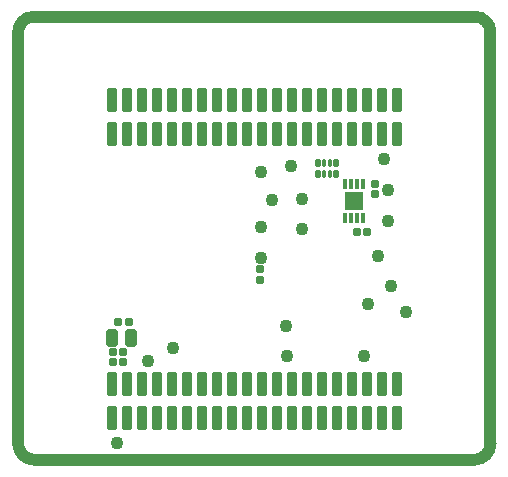
<source format=gbs>
G04 Layer_Color=16711935*
%FSLAX24Y24*%
%MOIN*%
G70*
G01*
G75*
%ADD36C,0.0394*%
G04:AMPARAMS|DCode=37|XSize=27.6mil|YSize=27.6mil|CornerRadius=4.4mil|HoleSize=0mil|Usage=FLASHONLY|Rotation=270.000|XOffset=0mil|YOffset=0mil|HoleType=Round|Shape=RoundedRectangle|*
%AMROUNDEDRECTD37*
21,1,0.0276,0.0189,0,0,270.0*
21,1,0.0189,0.0276,0,0,270.0*
1,1,0.0087,-0.0094,-0.0094*
1,1,0.0087,-0.0094,0.0094*
1,1,0.0087,0.0094,0.0094*
1,1,0.0087,0.0094,-0.0094*
%
%ADD37ROUNDEDRECTD37*%
G04:AMPARAMS|DCode=41|XSize=23.7mil|YSize=27.6mil|CornerRadius=4mil|HoleSize=0mil|Usage=FLASHONLY|Rotation=0.000|XOffset=0mil|YOffset=0mil|HoleType=Round|Shape=RoundedRectangle|*
%AMROUNDEDRECTD41*
21,1,0.0237,0.0197,0,0,0.0*
21,1,0.0157,0.0276,0,0,0.0*
1,1,0.0079,0.0079,-0.0098*
1,1,0.0079,-0.0079,-0.0098*
1,1,0.0079,-0.0079,0.0098*
1,1,0.0079,0.0079,0.0098*
%
%ADD41ROUNDEDRECTD41*%
G04:AMPARAMS|DCode=45|XSize=82.7mil|YSize=33.1mil|CornerRadius=4.9mil|HoleSize=0mil|Usage=FLASHONLY|Rotation=270.000|XOffset=0mil|YOffset=0mil|HoleType=Round|Shape=RoundedRectangle|*
%AMROUNDEDRECTD45*
21,1,0.0827,0.0233,0,0,270.0*
21,1,0.0729,0.0331,0,0,270.0*
1,1,0.0098,-0.0117,-0.0365*
1,1,0.0098,-0.0117,0.0365*
1,1,0.0098,0.0117,0.0365*
1,1,0.0098,0.0117,-0.0365*
%
%ADD45ROUNDEDRECTD45*%
%ADD46C,0.0434*%
G04:AMPARAMS|DCode=47|XSize=23.7mil|YSize=27.6mil|CornerRadius=4mil|HoleSize=0mil|Usage=FLASHONLY|Rotation=270.000|XOffset=0mil|YOffset=0mil|HoleType=Round|Shape=RoundedRectangle|*
%AMROUNDEDRECTD47*
21,1,0.0237,0.0197,0,0,270.0*
21,1,0.0157,0.0276,0,0,270.0*
1,1,0.0079,-0.0098,-0.0079*
1,1,0.0079,-0.0098,0.0079*
1,1,0.0079,0.0098,0.0079*
1,1,0.0079,0.0098,-0.0079*
%
%ADD47ROUNDEDRECTD47*%
%ADD48R,0.0591X0.0631*%
G04:AMPARAMS|DCode=49|XSize=15.8mil|YSize=33.5mil|CornerRadius=3.2mil|HoleSize=0mil|Usage=FLASHONLY|Rotation=180.000|XOffset=0mil|YOffset=0mil|HoleType=Round|Shape=RoundedRectangle|*
%AMROUNDEDRECTD49*
21,1,0.0158,0.0272,0,0,180.0*
21,1,0.0094,0.0335,0,0,180.0*
1,1,0.0064,-0.0047,0.0136*
1,1,0.0064,0.0047,0.0136*
1,1,0.0064,0.0047,-0.0136*
1,1,0.0064,-0.0047,-0.0136*
%
%ADD49ROUNDEDRECTD49*%
G04:AMPARAMS|DCode=50|XSize=19mil|YSize=23.7mil|CornerRadius=3.5mil|HoleSize=0mil|Usage=FLASHONLY|Rotation=180.000|XOffset=0mil|YOffset=0mil|HoleType=Round|Shape=RoundedRectangle|*
%AMROUNDEDRECTD50*
21,1,0.0190,0.0167,0,0,180.0*
21,1,0.0120,0.0237,0,0,180.0*
1,1,0.0070,-0.0060,0.0083*
1,1,0.0070,0.0060,0.0083*
1,1,0.0070,0.0060,-0.0083*
1,1,0.0070,-0.0060,-0.0083*
%
%ADD50ROUNDEDRECTD50*%
G04:AMPARAMS|DCode=51|XSize=19.4mil|YSize=23.7mil|CornerRadius=3.5mil|HoleSize=0mil|Usage=FLASHONLY|Rotation=180.000|XOffset=0mil|YOffset=0mil|HoleType=Round|Shape=RoundedRectangle|*
%AMROUNDEDRECTD51*
21,1,0.0194,0.0166,0,0,180.0*
21,1,0.0123,0.0237,0,0,180.0*
1,1,0.0071,-0.0061,0.0083*
1,1,0.0071,0.0061,0.0083*
1,1,0.0071,0.0061,-0.0083*
1,1,0.0071,-0.0061,-0.0083*
%
%ADD51ROUNDEDRECTD51*%
G04:AMPARAMS|DCode=52|XSize=15.8mil|YSize=23.7mil|CornerRadius=3.2mil|HoleSize=0mil|Usage=FLASHONLY|Rotation=180.000|XOffset=0mil|YOffset=0mil|HoleType=Round|Shape=RoundedRectangle|*
%AMROUNDEDRECTD52*
21,1,0.0158,0.0173,0,0,180.0*
21,1,0.0094,0.0237,0,0,180.0*
1,1,0.0064,-0.0047,0.0087*
1,1,0.0064,0.0047,0.0087*
1,1,0.0064,0.0047,-0.0087*
1,1,0.0064,-0.0047,-0.0087*
%
%ADD52ROUNDEDRECTD52*%
G04:AMPARAMS|DCode=53|XSize=57.2mil|YSize=41.4mil|CornerRadius=6.7mil|HoleSize=0mil|Usage=FLASHONLY|Rotation=270.000|XOffset=0mil|YOffset=0mil|HoleType=Round|Shape=RoundedRectangle|*
%AMROUNDEDRECTD53*
21,1,0.0572,0.0281,0,0,270.0*
21,1,0.0438,0.0414,0,0,270.0*
1,1,0.0134,-0.0140,-0.0219*
1,1,0.0134,-0.0140,0.0219*
1,1,0.0134,0.0140,0.0219*
1,1,0.0134,0.0140,-0.0219*
%
%ADD53ROUNDEDRECTD53*%
D36*
X15748Y14262D02*
G03*
X15245Y14764I-512J-9D01*
G01*
X512Y14764D02*
G03*
X1Y14253I4J-514D01*
G01*
X4Y524D02*
G03*
X528Y0I533J9D01*
G01*
X15216Y-0D02*
G03*
X15751Y535I-4J539D01*
G01*
X541Y14764D02*
X15246Y14765D01*
X0Y533D02*
Y14203D01*
X15748Y539D02*
Y14262D01*
X551Y0D02*
X15157D01*
D37*
X3342Y4580D02*
D03*
X3697D02*
D03*
X11291Y7590D02*
D03*
X11646D02*
D03*
D41*
X11889Y9197D02*
D03*
Y8843D02*
D03*
X8074Y5991D02*
D03*
Y6346D02*
D03*
D45*
X12624Y11988D02*
D03*
Y10846D02*
D03*
X12124Y11988D02*
D03*
Y10846D02*
D03*
X11624Y11988D02*
D03*
Y10846D02*
D03*
X11124Y11988D02*
D03*
Y10846D02*
D03*
X10624Y11988D02*
D03*
Y10846D02*
D03*
X10124Y11988D02*
D03*
Y10846D02*
D03*
X9624Y11988D02*
D03*
Y10846D02*
D03*
X9124Y11988D02*
D03*
Y10846D02*
D03*
X8624Y11988D02*
D03*
Y10846D02*
D03*
X8124Y11988D02*
D03*
Y10846D02*
D03*
X7624Y11988D02*
D03*
Y10846D02*
D03*
X7124Y11988D02*
D03*
Y10846D02*
D03*
X6624Y11988D02*
D03*
Y10846D02*
D03*
X6124Y11988D02*
D03*
Y10846D02*
D03*
X5624Y11988D02*
D03*
Y10846D02*
D03*
X5124Y11988D02*
D03*
Y10846D02*
D03*
X4624Y11988D02*
D03*
Y10846D02*
D03*
X4124Y11988D02*
D03*
Y10846D02*
D03*
X3624Y11988D02*
D03*
Y10846D02*
D03*
X3124Y11988D02*
D03*
Y10846D02*
D03*
Y1398D02*
D03*
Y2539D02*
D03*
X3624Y1398D02*
D03*
Y2539D02*
D03*
X4124Y1398D02*
D03*
Y2539D02*
D03*
X4624Y1398D02*
D03*
Y2539D02*
D03*
X5124Y1398D02*
D03*
Y2539D02*
D03*
X5624Y1398D02*
D03*
Y2539D02*
D03*
X6124Y1398D02*
D03*
Y2539D02*
D03*
X6624Y1398D02*
D03*
Y2539D02*
D03*
X7124Y1398D02*
D03*
Y2539D02*
D03*
X7624Y1398D02*
D03*
Y2539D02*
D03*
X8124Y1398D02*
D03*
Y2539D02*
D03*
X8624Y1398D02*
D03*
Y2539D02*
D03*
X9124Y1398D02*
D03*
Y2539D02*
D03*
X9624Y1398D02*
D03*
Y2539D02*
D03*
X10124Y1398D02*
D03*
Y2539D02*
D03*
X10624Y1398D02*
D03*
Y2539D02*
D03*
X11124Y1398D02*
D03*
Y2539D02*
D03*
X11624Y1398D02*
D03*
Y2539D02*
D03*
X12124Y1398D02*
D03*
Y2539D02*
D03*
X12624Y1398D02*
D03*
Y2539D02*
D03*
D46*
X8093Y6722D02*
D03*
X4331Y3307D02*
D03*
X5177Y3709D02*
D03*
X12933Y4921D02*
D03*
X8937Y4446D02*
D03*
X11516Y3442D02*
D03*
X12342Y8974D02*
D03*
Y7950D02*
D03*
X11654Y5194D02*
D03*
X12185Y10017D02*
D03*
X12441Y5804D02*
D03*
X11988Y6789D02*
D03*
X8957Y3442D02*
D03*
X8106Y9606D02*
D03*
X8457Y8669D02*
D03*
X9457Y8687D02*
D03*
X8091Y7753D02*
D03*
X9457Y7694D02*
D03*
X9094Y9793D02*
D03*
X3283Y571D02*
D03*
D47*
X3504Y3580D02*
D03*
X3150D02*
D03*
X3504Y3241D02*
D03*
X3150D02*
D03*
D48*
X11201Y8618D02*
D03*
D49*
X10906Y8047D02*
D03*
X11102D02*
D03*
X11299D02*
D03*
X11496D02*
D03*
Y9189D02*
D03*
X11299D02*
D03*
X11102D02*
D03*
X10906D02*
D03*
D50*
X9993Y9533D02*
D03*
D51*
X10584D02*
D03*
X9993Y9887D02*
D03*
X10584D02*
D03*
D52*
X10190Y9533D02*
D03*
X10387D02*
D03*
X10190Y9887D02*
D03*
X10387D02*
D03*
D53*
X3135Y4058D02*
D03*
X3765D02*
D03*
M02*

</source>
